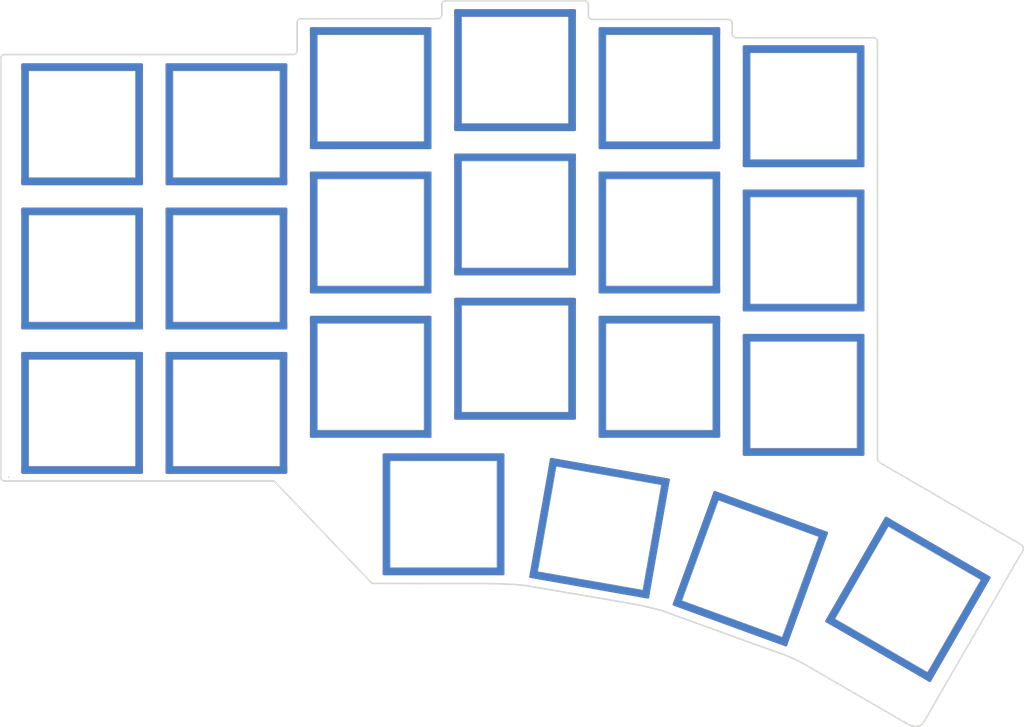
<source format=kicad_pcb>
(kicad_pcb (version 20241229) (generator "pcbnew") (generator_version "9.0")
  (title_block (title "Sandevistan44") (date "2025-05-27") (rev "0.0.1") (company "islathehut") (comment 1 "Left Side Switch Plate"))
  (layers (0 "F.Cu" signal) (2 "B.Cu" signal) (13 "F.Paste" user) (15 "B.Paste" user) (5 "F.SilkS" user "F.Silkscreen") (7 "B.SilkS" user "B.Silkscreen") (1 "F.Mask" user) (3 "B.Mask" user) (25 "Edge.Cuts" user))
  (net 0 "")
  (footprint "Library:keyswitch_hole" (layer "F.Cu") (at 120.821489 70.683988)
    (property "Reference" "SW7" (hide yes))
    (property "Value" "SW_PUSH" (hide yes))
    (fp_rect (start -7 -7) (end 7 7) (stroke (width 0.05)) (fill no) (layer "Edge.Cuts"))
    (pad "" smd roundrect (at -7.5 0 270) (size 16 1) (property pad_prop_mechanical) (layers "F.Cu" "B.Mask") (roundrect_rratio 0.15))
    (pad "" smd roundrect (at -7.5 0 270) (size 16 1) (property pad_prop_mechanical) (layers "*.Mask" "B.Cu") (roundrect_rratio 0.15))
    (pad "" smd roundrect (at 0 -7.52) (size 16 1) (property pad_prop_mechanical) (layers "F.Cu" "F.Mask") (roundrect_rratio 0.15))
    (pad "" smd roundrect (at 0 -7.52) (size 16 1) (property pad_prop_mechanical) (layers "*.Mask" "B.Cu") (roundrect_rratio 0.15))
    (pad "" smd roundrect (at 0 7.52) (size 16 1) (property pad_prop_mechanical) (layers "F.Cu" "F.Mask") (roundrect_rratio 0.15))
    (pad "" smd roundrect (at 0 7.52) (size 16 1) (property pad_prop_mechanical) (layers "*.Mask" "B.Cu") (roundrect_rratio 0.15))
    (pad "" smd roundrect (at 7.5 0 270) (size 16 1) (property pad_prop_mechanical) (layers "F.Cu" "F.Mask") (roundrect_rratio 0.15))
    (pad "" smd roundrect (at 7.5 0 270) (size 16 1) (property pad_prop_mechanical) (layers "*.Mask" "B.Cu") (roundrect_rratio 0.15))
  )
  (footprint "Library:keyswitch_hole" (layer "F.Cu") (at 120.821489 89.683988)
    (property "Reference" "SW8" (hide yes))
    (property "Value" "SW_PUSH" (hide yes))
    (fp_rect (start -7 -7) (end 7 7) (stroke (width 0.05)) (fill no) (layer "Edge.Cuts"))
    (pad "" smd roundrect (at -7.5 0 270) (size 16 1) (property pad_prop_mechanical) (layers "F.Cu" "B.Mask") (roundrect_rratio 0.15))
    (pad "" smd roundrect (at -7.5 0 270) (size 16 1) (property pad_prop_mechanical) (layers "*.Mask" "B.Cu") (roundrect_rratio 0.15))
    (pad "" smd roundrect (at 0 -7.52) (size 16 1) (property pad_prop_mechanical) (layers "F.Cu" "F.Mask") (roundrect_rratio 0.15))
    (pad "" smd roundrect (at 0 -7.52) (size 16 1) (property pad_prop_mechanical) (layers "*.Mask" "B.Cu") (roundrect_rratio 0.15))
    (pad "" smd roundrect (at 0 7.52) (size 16 1) (property pad_prop_mechanical) (layers "F.Cu" "F.Mask") (roundrect_rratio 0.15))
    (pad "" smd roundrect (at 0 7.52) (size 16 1) (property pad_prop_mechanical) (layers "*.Mask" "B.Cu") (roundrect_rratio 0.15))
    (pad "" smd roundrect (at 7.5 0 270) (size 16 1) (property pad_prop_mechanical) (layers "F.Cu" "F.Mask") (roundrect_rratio 0.15))
    (pad "" smd roundrect (at 7.5 0 270) (size 16 1) (property pad_prop_mechanical) (layers "*.Mask" "B.Cu") (roundrect_rratio 0.15))
  )
  (footprint "Library:keyswitch_hole" (layer "F.Cu") (at 120.821489 108.683988)
    (property "Reference" "SW9" (hide yes))
    (property "Value" "SW_PUSH" (hide yes))
    (fp_rect (start -7 -7) (end 7 7) (stroke (width 0.05)) (fill no) (layer "Edge.Cuts"))
    (pad "" smd roundrect (at -7.5 0 270) (size 16 1) (property pad_prop_mechanical) (layers "F.Cu" "B.Mask") (roundrect_rratio 0.15))
    (pad "" smd roundrect (at -7.5 0 270) (size 16 1) (property pad_prop_mechanical) (layers "*.Mask" "B.Cu") (roundrect_rratio 0.15))
    (pad "" smd roundrect (at 0 -7.52) (size 16 1) (property pad_prop_mechanical) (layers "F.Cu" "F.Mask") (roundrect_rratio 0.15))
    (pad "" smd roundrect (at 0 -7.52) (size 16 1) (property pad_prop_mechanical) (layers "*.Mask" "B.Cu") (roundrect_rratio 0.15))
    (pad "" smd roundrect (at 0 7.52) (size 16 1) (property pad_prop_mechanical) (layers "F.Cu" "F.Mask") (roundrect_rratio 0.15))
    (pad "" smd roundrect (at 0 7.52) (size 16 1) (property pad_prop_mechanical) (layers "*.Mask" "B.Cu") (roundrect_rratio 0.15))
    (pad "" smd roundrect (at 7.5 0 270) (size 16 1) (property pad_prop_mechanical) (layers "F.Cu" "F.Mask") (roundrect_rratio 0.15))
    (pad "" smd roundrect (at 7.5 0 270) (size 16 1) (property pad_prop_mechanical) (layers "*.Mask" "B.Cu") (roundrect_rratio 0.15))
  )
  (footprint "Library:keyswitch_hole" (layer "F.Cu") (at 130.411489 126.783988)
    (property "Reference" "SW10" (hide yes))
    (property "Value" "SW_PUSH" (hide yes))
    (fp_rect (start -7 -7) (end 7 7) (stroke (width 0.05)) (fill no) (layer "Edge.Cuts"))
    (pad "" smd roundrect (at -7.5 0 270) (size 16 1) (property pad_prop_mechanical) (layers "F.Cu" "B.Mask") (roundrect_rratio 0.15))
    (pad "" smd roundrect (at -7.5 0 270) (size 16 1) (property pad_prop_mechanical) (layers "*.Mask" "B.Cu") (roundrect_rratio 0.15))
    (pad "" smd roundrect (at 0 -7.52) (size 16 1) (property pad_prop_mechanical) (layers "F.Cu" "F.Mask") (roundrect_rratio 0.15))
    (pad "" smd roundrect (at 0 -7.52) (size 16 1) (property pad_prop_mechanical) (layers "*.Mask" "B.Cu") (roundrect_rratio 0.15))
    (pad "" smd roundrect (at 0 7.52) (size 16 1) (property pad_prop_mechanical) (layers "F.Cu" "F.Mask") (roundrect_rratio 0.15))
    (pad "" smd roundrect (at 0 7.52) (size 16 1) (property pad_prop_mechanical) (layers "*.Mask" "B.Cu") (roundrect_rratio 0.15))
    (pad "" smd roundrect (at 7.5 0 270) (size 16 1) (property pad_prop_mechanical) (layers "F.Cu" "F.Mask") (roundrect_rratio 0.15))
    (pad "" smd roundrect (at 7.5 0 270) (size 16 1) (property pad_prop_mechanical) (layers "*.Mask" "B.Cu") (roundrect_rratio 0.15))
  )
  (footprint "Library:keyswitch_hole" (layer "F.Cu") (at 139.821489 68.308988)
    (property "Reference" "SW11" (hide yes))
    (property "Value" "SW_PUSH" (hide yes))
    (fp_rect (start -7 -7) (end 7 7) (stroke (width 0.05)) (fill no) (layer "Edge.Cuts"))
    (pad "" smd roundrect (at -7.5 0 270) (size 16 1) (property pad_prop_mechanical) (layers "F.Cu" "B.Mask") (roundrect_rratio 0.15))
    (pad "" smd roundrect (at -7.5 0 270) (size 16 1) (property pad_prop_mechanical) (layers "*.Mask" "B.Cu") (roundrect_rratio 0.15))
    (pad "" smd roundrect (at 0 -7.52) (size 16 1) (property pad_prop_mechanical) (layers "F.Cu" "F.Mask") (roundrect_rratio 0.15))
    (pad "" smd roundrect (at 0 -7.52) (size 16 1) (property pad_prop_mechanical) (layers "*.Mask" "B.Cu") (roundrect_rratio 0.15))
    (pad "" smd roundrect (at 0 7.52) (size 16 1) (property pad_prop_mechanical) (layers "F.Cu" "F.Mask") (roundrect_rratio 0.15))
    (pad "" smd roundrect (at 0 7.52) (size 16 1) (property pad_prop_mechanical) (layers "*.Mask" "B.Cu") (roundrect_rratio 0.15))
    (pad "" smd roundrect (at 7.5 0 270) (size 16 1) (property pad_prop_mechanical) (layers "F.Cu" "F.Mask") (roundrect_rratio 0.15))
    (pad "" smd roundrect (at 7.5 0 270) (size 16 1) (property pad_prop_mechanical) (layers "*.Mask" "B.Cu") (roundrect_rratio 0.15))
  )
  (footprint "Library:keyswitch_hole" (layer "F.Cu") (at 139.821489 87.308988)
    (property "Reference" "SW12" (hide yes))
    (property "Value" "SW_PUSH" (hide yes))
    (fp_rect (start -7 -7) (end 7 7) (stroke (width 0.05)) (fill no) (layer "Edge.Cuts"))
    (pad "" smd roundrect (at -7.5 0 270) (size 16 1) (property pad_prop_mechanical) (layers "F.Cu" "B.Mask") (roundrect_rratio 0.15))
    (pad "" smd roundrect (at -7.5 0 270) (size 16 1) (property pad_prop_mechanical) (layers "*.Mask" "B.Cu") (roundrect_rratio 0.15))
    (pad "" smd roundrect (at 0 -7.52) (size 16 1) (property pad_prop_mechanical) (layers "F.Cu" "F.Mask") (roundrect_rratio 0.15))
    (pad "" smd roundrect (at 0 -7.52) (size 16 1) (property pad_prop_mechanical) (layers "*.Mask" "B.Cu") (roundrect_rratio 0.15))
    (pad "" smd roundrect (at 0 7.52) (size 16 1) (property pad_prop_mechanical) (layers "F.Cu" "F.Mask") (roundrect_rratio 0.15))
    (pad "" smd roundrect (at 0 7.52) (size 16 1) (property pad_prop_mechanical) (layers "*.Mask" "B.Cu") (roundrect_rratio 0.15))
    (pad "" smd roundrect (at 7.5 0 270) (size 16 1) (property pad_prop_mechanical) (layers "F.Cu" "F.Mask") (roundrect_rratio 0.15))
    (pad "" smd roundrect (at 7.5 0 270) (size 16 1) (property pad_prop_mechanical) (layers "*.Mask" "B.Cu") (roundrect_rratio 0.15))
  )
  (footprint "Library:keyswitch_hole" (layer "F.Cu") (at 139.821489 106.308988)
    (property "Reference" "SW13" (hide yes))
    (property "Value" "SW_PUSH" (hide yes))
    (fp_rect (start -7 -7) (end 7 7) (stroke (width 0.05)) (fill no) (layer "Edge.Cuts"))
    (pad "" smd roundrect (at -7.5 0 270) (size 16 1) (property pad_prop_mechanical) (layers "F.Cu" "B.Mask") (roundrect_rratio 0.15))
    (pad "" smd roundrect (at -7.5 0 270) (size 16 1) (property pad_prop_mechanical) (layers "*.Mask" "B.Cu") (roundrect_rratio 0.15))
    (pad "" smd roundrect (at 0 -7.52) (size 16 1) (property pad_prop_mechanical) (layers "F.Cu" "F.Mask") (roundrect_rratio 0.15))
    (pad "" smd roundrect (at 0 -7.52) (size 16 1) (property pad_prop_mechanical) (layers "*.Mask" "B.Cu") (roundrect_rratio 0.15))
    (pad "" smd roundrect (at 0 7.52) (size 16 1) (property pad_prop_mechanical) (layers "F.Cu" "F.Mask") (roundrect_rratio 0.15))
    (pad "" smd roundrect (at 0 7.52) (size 16 1) (property pad_prop_mechanical) (layers "*.Mask" "B.Cu") (roundrect_rratio 0.15))
    (pad "" smd roundrect (at 7.5 0 270) (size 16 1) (property pad_prop_mechanical) (layers "F.Cu" "F.Mask") (roundrect_rratio 0.15))
    (pad "" smd roundrect (at 7.5 0 270) (size 16 1) (property pad_prop_mechanical) (layers "*.Mask" "B.Cu") (roundrect_rratio 0.15))
  )
  (footprint "Library:keyswitch_hole" (layer "F.Cu") (at 150.947438 128.622275 -10)
    (property "Reference" "SW14" (hide yes))
    (property "Value" "SW_PUSH" (hide yes))
    (fp_poly (pts (xy -7 -7) (xy 7 -7) (xy 7 7) (xy -7 7)) (stroke (width 0.05)) (fill no) (layer "Edge.Cuts"))
    (pad "" smd roundrect (at -7.5 0 260) (size 16 1) (property pad_prop_mechanical) (layers "F.Cu" "B.Mask") (roundrect_rratio 0.15))
    (pad "" smd roundrect (at -7.5 0 260) (size 16 1) (property pad_prop_mechanical) (layers "*.Mask" "B.Cu") (roundrect_rratio 0.15))
    (pad "" smd roundrect (at 0 -7.52 350) (size 16 1) (property pad_prop_mechanical) (layers "F.Cu" "F.Mask") (roundrect_rratio 0.15))
    (pad "" smd roundrect (at 0 -7.52 350) (size 16 1) (property pad_prop_mechanical) (layers "*.Mask" "B.Cu") (roundrect_rratio 0.15))
    (pad "" smd roundrect (at 0 7.52 350) (size 16 1) (property pad_prop_mechanical) (layers "F.Cu" "F.Mask") (roundrect_rratio 0.15))
    (pad "" smd roundrect (at 0 7.52 350) (size 16 1) (property pad_prop_mechanical) (layers "*.Mask" "B.Cu") (roundrect_rratio 0.15))
    (pad "" smd roundrect (at 7.5 0 260) (size 16 1) (property pad_prop_mechanical) (layers "F.Cu" "F.Mask") (roundrect_rratio 0.15))
    (pad "" smd roundrect (at 7.5 0 260) (size 16 1) (property pad_prop_mechanical) (layers "*.Mask" "B.Cu") (roundrect_rratio 0.15))
  )
  (footprint "Library:keyswitch_hole" (layer "F.Cu") (at 158.821489 70.683988)
    (property "Reference" "SW15" (hide yes))
    (property "Value" "SW_PUSH" (hide yes))
    (fp_rect (start -7 -7) (end 7 7) (stroke (width 0.05)) (fill no) (layer "Edge.Cuts"))
    (pad "" smd roundrect (at -7.5 0 270) (size 16 1) (property pad_prop_mechanical) (layers "F.Cu" "B.Mask") (roundrect_rratio 0.15))
    (pad "" smd roundrect (at -7.5 0 270) (size 16 1) (property pad_prop_mechanical) (layers "*.Mask" "B.Cu") (roundrect_rratio 0.15))
    (pad "" smd roundrect (at 0 -7.52) (size 16 1) (property pad_prop_mechanical) (layers "F.Cu" "F.Mask") (roundrect_rratio 0.15))
    (pad "" smd roundrect (at 0 -7.52) (size 16 1) (property pad_prop_mechanical) (layers "*.Mask" "B.Cu") (roundrect_rratio 0.15))
    (pad "" smd roundrect (at 0 7.52) (size 16 1) (property pad_prop_mechanical) (layers "F.Cu" "F.Mask") (roundrect_rratio 0.15))
    (pad "" smd roundrect (at 0 7.52) (size 16 1) (property pad_prop_mechanical) (layers "*.Mask" "B.Cu") (roundrect_rratio 0.15))
    (pad "" smd roundrect (at 7.5 0 270) (size 16 1) (property pad_prop_mechanical) (layers "F.Cu" "F.Mask") (roundrect_rratio 0.15))
    (pad "" smd roundrect (at 7.5 0 270) (size 16 1) (property pad_prop_mechanical) (layers "*.Mask" "B.Cu") (roundrect_rratio 0.15))
  )
  (footprint "Library:keyswitch_hole" (layer "F.Cu") (at 158.821489 89.683988)
    (property "Reference" "SW16" (hide yes))
    (property "Value" "SW_PUSH" (hide yes))
    (fp_rect (start -7 -7) (end 7 7) (stroke (width 0.05)) (fill no) (layer "Edge.Cuts"))
    (pad "" smd roundrect (at -7.5 0 270) (size 16 1) (property pad_prop_mechanical) (layers "F.Cu" "B.Mask") (roundrect_rratio 0.15))
    (pad "" smd roundrect (at -7.5 0 270) (size 16 1) (property pad_prop_mechanical) (layers "*.Mask" "B.Cu") (roundrect_rratio 0.15))
    (pad "" smd roundrect (at 0 -7.52) (size 16 1) (property pad_prop_mechanical) (layers "F.Cu" "F.Mask") (roundrect_rratio 0.15))
    (pad "" smd roundrect (at 0 -7.52) (size 16 1) (property pad_prop_mechanical) (layers "*.Mask" "B.Cu") (roundrect_rratio 0.15))
    (pad "" smd roundrect (at 0 7.52) (size 16 1) (property pad_prop_mechanical) (layers "F.Cu" "F.Mask") (roundrect_rratio 0.15))
    (pad "" smd roundrect (at 0 7.52) (size 16 1) (property pad_prop_mechanical) (layers "*.Mask" "B.Cu") (roundrect_rratio 0.15))
    (pad "" smd roundrect (at 7.5 0 270) (size 16 1) (property pad_prop_mechanical) (layers "F.Cu" "F.Mask") (roundrect_rratio 0.15))
    (pad "" smd roundrect (at 7.5 0 270) (size 16 1) (property pad_prop_mechanical) (layers "*.Mask" "B.Cu") (roundrect_rratio 0.15))
  )
  (footprint "Library:keyswitch_hole" (layer "F.Cu") (at 158.821489 108.683988)
    (property "Reference" "SW17" (hide yes))
    (property "Value" "SW_PUSH" (hide yes))
    (fp_rect (start -7 -7) (end 7 7) (stroke (width 0.05)) (fill no) (layer "Edge.Cuts"))
    (pad "" smd roundrect (at -7.5 0 270) (size 16 1) (property pad_prop_mechanical) (layers "F.Cu" "B.Mask") (roundrect_rratio 0.15))
    (pad "" smd roundrect (at -7.5 0 270) (size 16 1) (property pad_prop_mechanical) (layers "*.Mask" "B.Cu") (roundrect_rratio 0.15))
    (pad "" smd roundrect (at 0 -7.52) (size 16 1) (property pad_prop_mechanical) (layers "F.Cu" "F.Mask") (roundrect_rratio 0.15))
    (pad "" smd roundrect (at 0 -7.52) (size 16 1) (property pad_prop_mechanical) (layers "*.Mask" "B.Cu") (roundrect_rratio 0.15))
    (pad "" smd roundrect (at 0 7.52) (size 16 1) (property pad_prop_mechanical) (layers "F.Cu" "F.Mask") (roundrect_rratio 0.15))
    (pad "" smd roundrect (at 0 7.52) (size 16 1) (property pad_prop_mechanical) (layers "*.Mask" "B.Cu") (roundrect_rratio 0.15))
    (pad "" smd roundrect (at 7.5 0 270) (size 16 1) (property pad_prop_mechanical) (layers "F.Cu" "F.Mask") (roundrect_rratio 0.15))
    (pad "" smd roundrect (at 7.5 0 270) (size 16 1) (property pad_prop_mechanical) (layers "*.Mask" "B.Cu") (roundrect_rratio 0.15))
  )
  (footprint "Library:keyswitch_hole" (layer "F.Cu") (at 170.799303 133.950887 -20)
    (property "Reference" "SW18" (hide yes))
    (property "Value" "SW_PUSH" (hide yes))
    (fp_poly (pts (xy -7 -7) (xy 7 -7) (xy 7 7) (xy -7 7)) (stroke (width 0.05)) (fill no) (layer "Edge.Cuts"))
    (pad "" smd roundrect (at -7.5 0 250) (size 16 1) (property pad_prop_mechanical) (layers "F.Cu" "B.Mask") (roundrect_rratio 0.15))
    (pad "" smd roundrect (at -7.5 0 250) (size 16 1) (property pad_prop_mechanical) (layers "*.Mask" "B.Cu") (roundrect_rratio 0.15))
    (pad "" smd roundrect (at -0.000001 -7.52 340) (size 16 1) (property pad_prop_mechanical) (layers "F.Cu" "F.Mask") (roundrect_rratio 0.15))
    (pad "" smd roundrect (at -0.000001 -7.52 340) (size 16 1) (property pad_prop_mechanical) (layers "*.Mask" "B.Cu") (roundrect_rratio 0.15))
    (pad "" smd roundrect (at 0.000001 7.52 340) (size 16 1) (property pad_prop_mechanical) (layers "F.Cu" "F.Mask") (roundrect_rratio 0.15))
    (pad "" smd roundrect (at 0.000001 7.52 340) (size 16 1) (property pad_prop_mechanical) (layers "*.Mask" "B.Cu") (roundrect_rratio 0.15))
    (pad "" smd roundrect (at 7.5 0 250) (size 16 1) (property pad_prop_mechanical) (layers "F.Cu" "F.Mask") (roundrect_rratio 0.15))
    (pad "" smd roundrect (at 7.5 0 250) (size 16 1) (property pad_prop_mechanical) (layers "*.Mask" "B.Cu") (roundrect_rratio 0.15))
  )
  (footprint "Library:keyswitch_hole" (layer "F.Cu") (at 177.821489 92.058988)
    (property "Reference" "SW20" (hide yes))
    (property "Value" "SW_PUSH" (hide yes))
    (fp_rect (start -7 -7) (end 7 7) (stroke (width 0.05)) (fill no) (layer "Edge.Cuts"))
    (pad "" smd roundrect (at -7.5 0 270) (size 16 1) (property pad_prop_mechanical) (layers "F.Cu" "B.Mask") (roundrect_rratio 0.15))
    (pad "" smd roundrect (at -7.5 0 270) (size 16 1) (property pad_prop_mechanical) (layers "*.Mask" "B.Cu") (roundrect_rratio 0.15))
    (pad "" smd roundrect (at 0 -7.52) (size 16 1) (property pad_prop_mechanical) (layers "F.Cu" "F.Mask") (roundrect_rratio 0.15))
    (pad "" smd roundrect (at 0 -7.52) (size 16 1) (property pad_prop_mechanical) (layers "*.Mask" "B.Cu") (roundrect_rratio 0.15))
    (pad "" smd roundrect (at 0 7.52) (size 16 1) (property pad_prop_mechanical) (layers "F.Cu" "F.Mask") (roundrect_rratio 0.15))
    (pad "" smd roundrect (at 0 7.52) (size 16 1) (property pad_prop_mechanical) (layers "*.Mask" "B.Cu") (roundrect_rratio 0.15))
    (pad "" smd roundrect (at 7.5 0 270) (size 16 1) (property pad_prop_mechanical) (layers "F.Cu" "F.Mask") (roundrect_rratio 0.15))
    (pad "" smd roundrect (at 7.5 0 270) (size 16 1) (property pad_prop_mechanical) (layers "*.Mask" "B.Cu") (roundrect_rratio 0.15))
  )
  (footprint "Library:keyswitch_hole" (layer "F.Cu") (at 177.821489 111.058988)
    (property "Reference" "SW21" (hide yes))
    (property "Value" "SW_PUSH" (hide yes))
    (fp_rect (start -7 -7) (end 7 7) (stroke (width 0.05)) (fill no) (layer "Edge.Cuts"))
    (pad "" smd roundrect (at -7.5 0 270) (size 16 1) (property pad_prop_mechanical) (layers "F.Cu" "B.Mask") (roundrect_rratio 0.15))
    (pad "" smd roundrect (at -7.5 0 270) (size 16 1) (property pad_prop_mechanical) (layers "*.Mask" "B.Cu") (roundrect_rratio 0.15))
    (pad "" smd roundrect (at 0 -7.52) (size 16 1) (property pad_prop_mechanical) (layers "F.Cu" "F.Mask") (roundrect_rratio 0.15))
    (pad "" smd roundrect (at 0 -7.52) (size 16 1) (property pad_prop_mechanical) (layers "*.Mask" "B.Cu") (roundrect_rratio 0.15))
    (pad "" smd roundrect (at 0 7.52) (size 16 1) (property pad_prop_mechanical) (layers "F.Cu" "F.Mask") (roundrect_rratio 0.15))
    (pad "" smd roundrect (at 0 7.52) (size 16 1) (property pad_prop_mechanical) (layers "*.Mask" "B.Cu") (roundrect_rratio 0.15))
    (pad "" smd roundrect (at 7.5 0 270) (size 16 1) (property pad_prop_mechanical) (layers "F.Cu" "F.Mask") (roundrect_rratio 0.15))
    (pad "" smd roundrect (at 7.5 0 270) (size 16 1) (property pad_prop_mechanical) (layers "*.Mask" "B.Cu") (roundrect_rratio 0.15))
  )
  (footprint "Library:keyswitch_hole" (layer "F.Cu") (at 191.553397 137.985787 60)
    (property "Reference" "SW22" (hide yes))
    (property "Value" "SW_PUSH" (hide yes))
    (fp_poly (pts (xy -7 -7) (xy 7 -7) (xy 7 7) (xy -7 7)) (stroke (width 0.05)) (fill no) (layer "Edge.Cuts"))
    (pad "" smd roundrect (at -7.5 0 330) (size 16 1) (property pad_prop_mechanical) (layers "F.Cu" "B.Mask") (roundrect_rratio 0.15))
    (pad "" smd roundrect (at -7.5 0 330) (size 16 1) (property pad_prop_mechanical) (layers "*.Mask" "B.Cu") (roundrect_rratio 0.15))
    (pad "" smd roundrect (at 0 -7.52 60) (size 16 1) (property pad_prop_mechanical) (layers "F.Cu" "F.Mask") (roundrect_rratio 0.15))
    (pad "" smd roundrect (at 0 -7.52 60) (size 16 1) (property pad_prop_mechanical) (layers "*.Mask" "B.Cu") (roundrect_rratio 0.15))
    (pad "" smd roundrect (at 0 7.52 60) (size 16 1) (property pad_prop_mechanical) (layers "F.Cu" "F.Mask") (roundrect_rratio 0.15))
    (pad "" smd roundrect (at 0 7.52 60) (size 16 1) (property pad_prop_mechanical) (layers "*.Mask" "B.Cu") (roundrect_rratio 0.15))
    (pad "" smd roundrect (at 7.5 0 330) (size 16 1) (property pad_prop_mechanical) (layers "F.Cu" "F.Mask") (roundrect_rratio 0.15))
    (pad "" smd roundrect (at 7.5 0 330) (size 16 1) (property pad_prop_mechanical) (layers "*.Mask" "B.Cu") (roundrect_rratio 0.15))
  )
  (footprint "Mounting Hole:MountingHole_2.2mm_M2_DIN965" (layer "F.Cu") (at 167.841489 80.203988)
    (property "Reference" "Ref**" (hide yes))
    (property "Value" "Val**" (hide yes))
    (pad "" np_thru_hole circle (at 0 0) (size 2.2 2.2) (drill 2.2) (layers "*.Cu" "*.Mask"))
  )
  (footprint "Mounting Hole:MountingHole_2.2mm_M2_DIN965" (layer "F.Cu") (at 182.871489 131.718988)
    (property "Reference" "Ref**" (hide yes))
    (property "Value" "Val**" (hide yes))
    (pad "" np_thru_hole circle (at 0 0) (size 2.2 2.2) (drill 2.2) (layers "*.Cu" "*.Mask"))
  )
  (footprint "Mounting Hole:MountingHole_2.2mm_M2_DIN965" (layer "F.Cu") (at 92.341489 104.143988)
    (property "Reference" "Ref**" (hide yes))
    (property "Value" "Val**" (hide yes))
    (pad "" np_thru_hole circle (at 0 0) (size 2.2 2.2) (drill 2.2) (layers "*.Cu" "*.Mask"))
  )
  (footprint "Mounting Hole:MountingHole_2.2mm_M2_DIN965" (layer "F.Cu") (at 92.321489 84.933988)
    (property "Reference" "Ref**" (hide yes))
    (property "Value" "Val**" (hide yes))
    (pad "" np_thru_hole circle (at 0 0) (size 2.2 2.2) (drill 2.2) (layers "*.Cu" "*.Mask"))
  )
  (footprint "Library:keyswitch_hole" (layer "F.Cu") (at 101.821489 94.433988)
    (property "Reference" "SW5" (hide yes))
    (property "Value" "SW_PUSH" (hide yes))
    (fp_rect (start -7 -7) (end 7 7) (stroke (width 0.05)) (fill no) (layer "Edge.Cuts"))
    (pad "" smd roundrect (at -7.5 0 270) (size 16 1) (property pad_prop_mechanical) (layers "F.Cu" "B.Mask") (roundrect_rratio 0.15))
    (pad "" smd roundrect (at -7.5 0 270) (size 16 1) (property pad_prop_mechanical) (layers "*.Mask" "B.Cu") (roundrect_rratio 0.15))
    (pad "" smd roundrect (at 0 -7.52) (size 16 1) (property pad_prop_mechanical) (layers "F.Cu" "F.Mask") (roundrect_rratio 0.15))
    (pad "" smd roundrect (at 0 -7.52) (size 16 1) (property pad_prop_mechanical) (layers "*.Mask" "B.Cu") (roundrect_rratio 0.15))
    (pad "" smd roundrect (at 0 7.52) (size 16 1) (property pad_prop_mechanical) (layers "F.Cu" "F.Mask") (roundrect_rratio 0.15))
    (pad "" smd roundrect (at 0 7.52) (size 16 1) (property pad_prop_mechanical) (layers "*.Mask" "B.Cu") (roundrect_rratio 0.15))
    (pad "" smd roundrect (at 7.5 0 270) (size 16 1) (property pad_prop_mechanical) (layers "F.Cu" "F.Mask") (roundrect_rratio 0.15))
    (pad "" smd roundrect (at 7.5 0 270) (size 16 1) (property pad_prop_mechanical) (layers "*.Mask" "B.Cu") (roundrect_rratio 0.15))
  )
  (footprint "Library:keyswitch_hole" (layer "F.Cu") (at 82.821489 113.433988)
    (property "Reference" "SW3" (hide yes))
    (property "Value" "SW_PUSH" (hide yes))
    (fp_rect (start -7 -7) (end 7 7) (stroke (width 0.05)) (fill no) (layer "Edge.Cuts"))
    (pad "" smd roundrect (at -7.5 0 270) (size 16 1) (property pad_prop_mechanical) (layers "F.Cu" "B.Mask") (roundrect_rratio 0.15))
    (pad "" smd roundrect (at -7.5 0 270) (size 16 1) (property pad_prop_mechanical) (layers "*.Mask" "B.Cu") (roundrect_rratio 0.15))
    (pad "" smd roundrect (at 0 -7.52) (size 16 1) (property pad_prop_mechanical) (layers "F.Cu" "F.Mask") (roundrect_rratio 0.15))
    (pad "" smd roundrect (at 0 -7.52) (size 16 1) (property pad_prop_mechanical) (layers "*.Mask" "B.Cu") (roundrect_rratio 0.15))
    (pad "" smd roundrect (at 0 7.52) (size 16 1) (property pad_prop_mechanical) (layers "F.Cu" "F.Mask") (roundrect_rratio 0.15))
    (pad "" smd roundrect (at 0 7.52) (size 16 1) (property pad_prop_mechanical) (layers "*.Mask" "B.Cu") (roundrect_rratio 0.15))
    (pad "" smd roundrect (at 7.5 0 270) (size 16 1) (property pad_prop_mechanical) (layers "F.Cu" "F.Mask") (roundrect_rratio 0.15))
    (pad "" smd roundrect (at 7.5 0 270) (size 16 1) (property pad_prop_mechanical) (layers "*.Mask" "B.Cu") (roundrect_rratio 0.15))
  )
  (footprint "Library:keyswitch_hole" (layer "F.Cu") (at 101.821489 113.433988)
    (property "Reference" "SW6" (hide yes))
    (property "Value" "SW_PUSH" (hide yes))
    (fp_rect (start -7 -7) (end 7 7) (stroke (width 0.05)) (fill no) (layer "Edge.Cuts"))
    (pad "" smd roundrect (at -7.5 0 270) (size 16 1) (property pad_prop_mechanical) (layers "F.Cu" "B.Mask") (roundrect_rratio 0.15))
    (pad "" smd roundrect (at -7.5 0 270) (size 16 1) (property pad_prop_mechanical) (layers "*.Mask" "B.Cu") (roundrect_rratio 0.15))
    (pad "" smd roundrect (at 0 -7.52) (size 16 1) (property pad_prop_mechanical) (layers "F.Cu" "F.Mask") (roundrect_rratio 0.15))
    (pad "" smd roundrect (at 0 -7.52) (size 16 1) (property pad_prop_mechanical) (layers "*.Mask" "B.Cu") (roundrect_rratio 0.15))
    (pad "" smd roundrect (at 0 7.52) (size 16 1) (property pad_prop_mechanical) (layers "F.Cu" "F.Mask") (roundrect_rratio 0.15))
    (pad "" smd roundrect (at 0 7.52) (size 16 1) (property pad_prop_mechanical) (layers "*.Mask" "B.Cu") (roundrect_rratio 0.15))
    (pad "" smd roundrect (at 7.5 0 270) (size 16 1) (property pad_prop_mechanical) (layers "F.Cu" "F.Mask") (roundrect_rratio 0.15))
    (pad "" smd roundrect (at 7.5 0 270) (size 16 1) (property pad_prop_mechanical) (layers "*.Mask" "B.Cu") (roundrect_rratio 0.15))
  )
  (footprint "Mounting Hole:MountingHole_2.2mm_M2_DIN965" (layer "F.Cu") (at 116.411489 123.733988)
    (property "Reference" "Ref**" (hide yes))
    (property "Value" "Val**" (hide yes))
    (pad "" np_thru_hole circle (at 0 0) (size 2.2 2.2) (drill 2.2) (layers "*.Cu" "*.Mask"))
  )
  (footprint "Library:keyswitch_hole" (layer "F.Cu") (at 177.821489 73.058988)
    (property "Reference" "SW19" (hide yes))
    (property "Value" "SW_PUSH" (hide yes))
    (fp_rect (start -7 -7) (end 7 7) (stroke (width 0.05)) (fill no) (layer "Edge.Cuts"))
    (pad "" smd roundrect (at -7.5 0 270) (size 16 1) (property pad_prop_mechanical) (layers "F.Cu" "B.Mask") (roundrect_rratio 0.15))
    (pad "" smd roundrect (at -7.5 0 270) (size 16 1) (property pad_prop_mechanical) (layers "*.Mask" "B.Cu") (roundrect_rratio 0.15))
    (pad "" smd roundrect (at 0 -7.52) (size 16 1) (property pad_prop_mechanical) (layers "F.Cu" "F.Mask") (roundrect_rratio 0.15))
    (pad "" smd roundrect (at 0 -7.52) (size 16 1) (property pad_prop_mechanical) (layers "*.Mask" "B.Cu") (roundrect_rratio 0.15))
    (pad "" smd roundrect (at 0 7.52) (size 16 1) (property pad_prop_mechanical) (layers "F.Cu" "F.Mask") (roundrect_rratio 0.15))
    (pad "" smd roundrect (at 0 7.52) (size 16 1) (property pad_prop_mechanical) (layers "*.Mask" "B.Cu") (roundrect_rratio 0.15))
    (pad "" smd roundrect (at 7.5 0 270) (size 16 1) (property pad_prop_mechanical) (layers "F.Cu" "F.Mask") (roundrect_rratio 0.15))
    (pad "" smd roundrect (at 7.5 0 270) (size 16 1) (property pad_prop_mechanical) (layers "*.Mask" "B.Cu") (roundrect_rratio 0.15))
  )
  (footprint "Library:keyswitch_hole" (layer "F.Cu") (at 82.821489 94.433988)
    (property "Reference" "SW2" (hide yes))
    (property "Value" "SW_PUSH" (hide yes))
    (fp_rect (start -7 -7) (end 7 7) (stroke (width 0.05)) (fill no) (layer "Edge.Cuts"))
    (pad "" smd roundrect (at -7.5 0 270) (size 16 1) (property pad_prop_mechanical) (layers "F.Cu" "B.Mask") (roundrect_rratio 0.15))
    (pad "" smd roundrect (at -7.5 0 270) (size 16 1) (property pad_prop_mechanical) (layers "*.Mask" "B.Cu") (roundrect_rratio 0.15))
    (pad "" smd roundrect (at 0 -7.52) (size 16 1) (property pad_prop_mechanical) (layers "F.Cu" "F.Mask") (roundrect_rratio 0.15))
    (pad "" smd roundrect (at 0 -7.52) (size 16 1) (property pad_prop_mechanical) (layers "*.Mask" "B.Cu") (roundrect_rratio 0.15))
    (pad "" smd roundrect (at 0 7.52) (size 16 1) (property pad_prop_mechanical) (layers "F.Cu" "F.Mask") (roundrect_rratio 0.15))
    (pad "" smd roundrect (at 0 7.52) (size 16 1) (property pad_prop_mechanical) (layers "*.Mask" "B.Cu") (roundrect_rratio 0.15))
    (pad "" smd roundrect (at 7.5 0 270) (size 16 1) (property pad_prop_mechanical) (layers "F.Cu" "F.Mask") (roundrect_rratio 0.15))
    (pad "" smd roundrect (at 7.5 0 270) (size 16 1) (property pad_prop_mechanical) (layers "*.Mask" "B.Cu") (roundrect_rratio 0.15))
  )
  (footprint "Library:keyswitch_hole" (layer "F.Cu") (at 101.821489 75.433988)
    (property "Reference" "REF**" (hide yes))
    (property "Value" "keyswitch_hole" (hide yes))
    (fp_rect (start -7 -7) (end 7 7) (stroke (width 0.05)) (fill no) (layer "Edge.Cuts"))
    (pad "" smd roundrect (at -7.5 0 270) (size 16 1) (property pad_prop_mechanical) (layers "F.Cu" "B.Mask") (roundrect_rratio 0.15))
    (pad "" smd roundrect (at -7.5 0 270) (size 16 1) (property pad_prop_mechanical) (layers "*.Mask" "B.Cu") (roundrect_rratio 0.15))
    (pad "" smd roundrect (at 0 -7.52) (size 16 1) (property pad_prop_mechanical) (layers "F.Cu" "F.Mask") (roundrect_rratio 0.15))
    (pad "" smd roundrect (at 0 -7.52) (size 16 1) (property pad_prop_mechanical) (layers "*.Mask" "B.Cu") (roundrect_rratio 0.15))
    (pad "" smd roundrect (at 0 7.52) (size 16 1) (property pad_prop_mechanical) (layers "F.Cu" "F.Mask") (roundrect_rratio 0.15))
    (pad "" smd roundrect (at 0 7.52) (size 16 1) (property pad_prop_mechanical) (layers "*.Mask" "B.Cu") (roundrect_rratio 0.15))
    (pad "" smd roundrect (at 7.5 0 270) (size 16 1) (property pad_prop_mechanical) (layers "F.Cu" "F.Mask") (roundrect_rratio 0.15))
    (pad "" smd roundrect (at 7.5 0 270) (size 16 1) (property pad_prop_mechanical) (layers "*.Mask" "B.Cu") (roundrect_rratio 0.15))
  )
  (footprint "Mounting Hole:MountingHole_2.2mm_M2_DIN965" (layer "F.Cu") (at 148.901489 96.793988)
    (property "Reference" "Ref**" (hide yes))
    (property "Value" "Val**" (hide yes))
    (pad "" np_thru_hole circle (at 0 0) (size 2.2 2.2) (drill 2.2) (layers "*.Cu" "*.Mask"))
  )
  (footprint "Library:keyswitch_hole" (layer "F.Cu") (at 82.821489 75.433988)
    (property "Reference" "REF**" (hide yes))
    (property "Value" "keyswitch_hole" (hide yes))
    (fp_rect (start -7 -7) (end 7 7) (stroke (width 0.05)) (fill no) (layer "Edge.Cuts"))
    (pad "" smd roundrect (at -7.5 0 270) (size 16 1) (property pad_prop_mechanical) (layers "F.Cu" "B.Mask") (roundrect_rratio 0.15))
    (pad "" smd roundrect (at -7.5 0 270) (size 16 1) (property pad_prop_mechanical) (layers "*.Mask" "B.Cu") (roundrect_rratio 0.15))
    (pad "" smd roundrect (at 0 -7.52) (size 16 1) (property pad_prop_mechanical) (layers "F.Cu" "F.Mask") (roundrect_rratio 0.15))
    (pad "" smd roundrect (at 0 -7.52) (size 16 1) (property pad_prop_mechanical) (layers "*.Mask" "B.Cu") (roundrect_rratio 0.15))
    (pad "" smd roundrect (at 0 7.52) (size 16 1) (property pad_prop_mechanical) (layers "F.Cu" "F.Mask") (roundrect_rratio 0.15))
    (pad "" smd roundrect (at 0 7.52) (size 16 1) (property pad_prop_mechanical) (layers "*.Mask" "B.Cu") (roundrect_rratio 0.15))
    (pad "" smd roundrect (at 7.5 0 270) (size 16 1) (property pad_prop_mechanical) (layers "F.Cu" "F.Mask") (roundrect_rratio 0.15))
    (pad "" smd roundrect (at 7.5 0 270) (size 16 1) (property pad_prop_mechanical) (layers "*.Mask" "B.Cu") (roundrect_rratio 0.15))
  )
  (gr_line (start 206.261489 130.663988) (end 188.012232 120.085434) (stroke (width 0.2)) (layer "Edge.Cuts"))
  (gr_line (start 108.101489 122.403861) (end 72.611372 122.403861) (stroke (width 0.2)) (layer "Edge.Cuts"))
  (gr_line (start 187.541489 64.543754) (end 187.541489 119.463988) (stroke (width 0.2)) (layer "Edge.Cuts"))
  (gr_line (start 130.181489 61.103988) (end 130.181489 59.673988) (stroke (width 0.2)) (layer "Edge.Cuts"))
  (gr_curve (pts (xy 153.731489 138.30566) (xy 157.886489 139.01566) (xy 159.361489 139.52566) (xy 159.881489 139.731821)) (stroke (width 0.2)) (layer "Edge.Cuts"))
  (gr_curve (pts (xy 72.631489 66.253988) (xy 72.355443 66.254047) (xy 72.13168 66.477825) (xy 72.111489 66.753871)) (stroke (width 0.2)) (layer "Edge.Cuts"))
  (gr_curve (pts (xy 206.261489 130.663988) (xy 206.541489 130.803988) (xy 206.921489 131.113988) (xy 206.64132 131.629663)) (stroke (width 0.2)) (layer "Edge.Cuts"))
  (gr_line (start 168.941489 64.043871) (end 187.021489 64.043871) (stroke (width 0.2)) (layer "Edge.Cuts"))
  (gr_line (start 168.421489 62.133871) (end 168.421489 63.543988) (stroke (width 0.2)) (layer "Edge.Cuts"))
  (gr_curve (pts (xy 148.951489 59.173988) (xy 149.227535 59.174047) (xy 149.451298 59.397825) (xy 149.481489 59.673871)) (stroke (width 0.2)) (layer "Edge.Cuts"))
  (gr_curve (pts (xy 191.531489 154.41566) (xy 192.496958 154.881894) (xy 193.2475 154.87199) (xy 193.79713 153.873825)) (stroke (width 0.2)) (layer "Edge.Cuts"))
  (gr_curve (pts (xy 73.171489 121.903988) (xy 73.171489 121.903988) (xy 73.171489 121.903988) (xy 73.171489 121.903988)) (stroke (width 0.2)) (layer "Edge.Cuts"))
  (gr_line (start 191.531489 154.41566) (end 177.661489 146.37566) (stroke (width 0.2)) (layer "Edge.Cuts"))
  (gr_line (start 108.101489 122.403861) (end 120.991489 135.88566) (stroke (width 0.2)) (layer "Edge.Cuts"))
  (gr_line (start 111.646489 61.534046) (end 129.656489 61.533929) (stroke (width 0.2)) (layer "Edge.Cuts"))
  (gr_curve (pts (xy 171.391489 143.90566) (xy 174.951489 145.16566) (xy 175.951489 145.46566) (xy 177.661489 146.37566)) (stroke (width 0.2)) (layer "Edge.Cuts"))
  (gr_line (start 111.131489 65.753988) (end 111.126489 62.033929) (stroke (width 0.2)) (layer "Edge.Cuts"))
  (gr_line (start 150.001489 61.633988) (end 167.901489 61.633988) (stroke (width 0.2)) (layer "Edge.Cuts"))
  (gr_line (start 171.391489 143.90566) (end 159.881489 139.731821) (stroke (width 0.2)) (layer "Edge.Cuts"))
  (gr_curve (pts (xy 150.001489 61.633871) (xy 149.725443 61.633812) (xy 149.50168 61.410034) (xy 149.481489 61.133988)) (stroke (width 0.2)) (layer "Edge.Cuts"))
  (gr_curve (pts (xy 188.012232 120.085434) (xy 187.781489 119.953988) (xy 187.56168 119.780034) (xy 187.541489 119.463988)) (stroke (width 0.2)) (layer "Edge.Cuts"))
  (gr_line (start 129.491489 135.90566) (end 135.981489 135.90566) (stroke (width 0.2)) (layer "Edge.Cuts"))
  (gr_line (start 72.631489 66.253988) (end 110.611489 66.253988) (stroke (width 0.2)) (layer "Edge.Cuts"))
  (gr_curve (pts (xy 72.111489 121.903988) (xy 72.111548 122.180034) (xy 72.335326 122.403797) (xy 72.611372 122.403861)) (stroke (width 0.2)) (layer "Edge.Cuts"))
  (gr_line (start 120.991489 135.88566) (end 129.491489 135.90566) (stroke (width 0.2)) (layer "Edge.Cuts"))
  (gr_curve (pts (xy 110.611489 66.253988) (xy 110.887535 66.253929) (xy 111.111298 66.030151) (xy 111.131489 65.754105)) (stroke (width 0.2)) (layer "Edge.Cuts"))
  (gr_line (start 149.481489 59.673871) (end 149.481489 61.133988) (stroke (width 0.2)) (layer "Edge.Cuts"))
  (gr_line (start 130.781489 59.173988) (end 148.951489 59.173988) (stroke (width 0.2)) (layer "Edge.Cuts"))
  (gr_curve (pts (xy 111.646489 61.534046) (xy 111.370443 61.534105) (xy 111.14668 61.757883) (xy 111.126489 62.033929)) (stroke (width 0.2)) (layer "Edge.Cuts"))
  (gr_line (start 72.111489 66.753871) (end 72.111489 121.903988) (stroke (width 0.2)) (layer "Edge.Cuts"))
  (gr_line (start 153.731489 138.30566) (end 141.831489 136.27566) (stroke (width 0.2)) (layer "Edge.Cuts"))
  (gr_curve (pts (xy 130.781489 59.173988) (xy 130.425443 59.174164) (xy 130.20168 59.397942) (xy 130.181489 59.673988)) (stroke (width 0.2)) (layer "Edge.Cuts"))
  (gr_line (start 193.79713 153.873942) (end 206.64132 131.629663) (stroke (width 0.2)) (layer "Edge.Cuts"))
  (gr_curve (pts (xy 167.901489 61.633988) (xy 168.177535 61.634047) (xy 168.401298 61.857825) (xy 168.421489 62.133871)) (stroke (width 0.2)) (layer "Edge.Cuts"))
  (gr_curve (pts (xy 129.656489 61.533929) (xy 129.932535 61.53387) (xy 130.156298 61.310092) (xy 130.181489 61.103988)) (stroke (width 0.2)) (layer "Edge.Cuts"))
  (gr_curve (pts (xy 135.981489 135.90566) (xy 139.241489 135.94566) (xy 141.021489 136.09566) (xy 141.831489 136.27566)) (stroke (width 0.2)) (layer "Edge.Cuts"))
  (gr_curve (pts (xy 168.941489 64.043871) (xy 168.665443 64.043812) (xy 168.44168 63.820034) (xy 168.421489 63.543988)) (stroke (width 0.2)) (layer "Edge.Cuts"))
  (gr_curve (pts (xy 187.021489 64.043871) (xy 187.297535 64.04393) (xy 187.521298 64.267708) (xy 187.541489 64.543754)) (stroke (width 0.2)) (layer "Edge.Cuts"))
)
</source>
